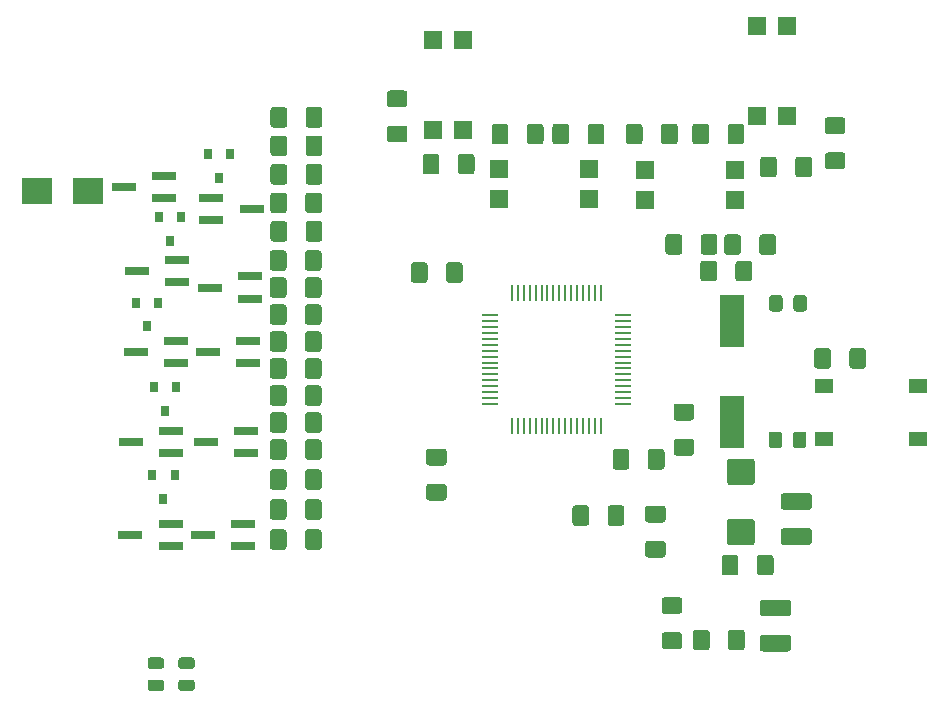
<source format=gtp>
%TF.GenerationSoftware,KiCad,Pcbnew,(5.1.6)-1*%
%TF.CreationDate,2021-05-10T23:00:48+02:00*%
%TF.ProjectId,karta_stm,6b617274-615f-4737-946d-2e6b69636164,rev?*%
%TF.SameCoordinates,Original*%
%TF.FileFunction,Paste,Top*%
%TF.FilePolarity,Positive*%
%FSLAX46Y46*%
G04 Gerber Fmt 4.6, Leading zero omitted, Abs format (unit mm)*
G04 Created by KiCad (PCBNEW (5.1.6)-1) date 2021-05-10 23:00:48*
%MOMM*%
%LPD*%
G01*
G04 APERTURE LIST*
%ADD10R,2.000000X4.500000*%
%ADD11R,0.800000X0.900000*%
%ADD12R,1.600000X1.600000*%
%ADD13R,1.550000X1.300000*%
%ADD14R,2.000000X0.700000*%
%ADD15R,2.500000X2.300000*%
%ADD16R,0.279400X1.473200*%
%ADD17R,1.473200X0.279400*%
G04 APERTURE END LIST*
%TO.C,R51*%
G36*
G01*
X104115550Y-109644600D02*
X105028050Y-109644600D01*
G75*
G02*
X105271800Y-109888350I0J-243750D01*
G01*
X105271800Y-110375850D01*
G75*
G02*
X105028050Y-110619600I-243750J0D01*
G01*
X104115550Y-110619600D01*
G75*
G02*
X103871800Y-110375850I0J243750D01*
G01*
X103871800Y-109888350D01*
G75*
G02*
X104115550Y-109644600I243750J0D01*
G01*
G37*
G36*
G01*
X104115550Y-107769600D02*
X105028050Y-107769600D01*
G75*
G02*
X105271800Y-108013350I0J-243750D01*
G01*
X105271800Y-108500850D01*
G75*
G02*
X105028050Y-108744600I-243750J0D01*
G01*
X104115550Y-108744600D01*
G75*
G02*
X103871800Y-108500850I0J243750D01*
G01*
X103871800Y-108013350D01*
G75*
G02*
X104115550Y-107769600I243750J0D01*
G01*
G37*
%TD*%
%TO.C,R50*%
G36*
G01*
X101524750Y-109642300D02*
X102437250Y-109642300D01*
G75*
G02*
X102681000Y-109886050I0J-243750D01*
G01*
X102681000Y-110373550D01*
G75*
G02*
X102437250Y-110617300I-243750J0D01*
G01*
X101524750Y-110617300D01*
G75*
G02*
X101281000Y-110373550I0J243750D01*
G01*
X101281000Y-109886050D01*
G75*
G02*
X101524750Y-109642300I243750J0D01*
G01*
G37*
G36*
G01*
X101524750Y-107767300D02*
X102437250Y-107767300D01*
G75*
G02*
X102681000Y-108011050I0J-243750D01*
G01*
X102681000Y-108498550D01*
G75*
G02*
X102437250Y-108742300I-243750J0D01*
G01*
X101524750Y-108742300D01*
G75*
G02*
X101281000Y-108498550I0J243750D01*
G01*
X101281000Y-108011050D01*
G75*
G02*
X101524750Y-107767300I243750J0D01*
G01*
G37*
%TD*%
D10*
%TO.C,Y1*%
X150749000Y-79311500D03*
X150749000Y-87811500D03*
%TD*%
%TO.C,C2*%
G36*
G01*
X155052500Y-77337499D02*
X155052500Y-78237501D01*
G75*
G02*
X154802501Y-78487500I-249999J0D01*
G01*
X154152499Y-78487500D01*
G75*
G02*
X153902500Y-78237501I0J249999D01*
G01*
X153902500Y-77337499D01*
G75*
G02*
X154152499Y-77087500I249999J0D01*
G01*
X154802501Y-77087500D01*
G75*
G02*
X155052500Y-77337499I0J-249999D01*
G01*
G37*
G36*
G01*
X157102500Y-77337499D02*
X157102500Y-78237501D01*
G75*
G02*
X156852501Y-78487500I-249999J0D01*
G01*
X156202499Y-78487500D01*
G75*
G02*
X155952500Y-78237501I0J249999D01*
G01*
X155952500Y-77337499D01*
G75*
G02*
X156202499Y-77087500I249999J0D01*
G01*
X156852501Y-77087500D01*
G75*
G02*
X157102500Y-77337499I0J-249999D01*
G01*
G37*
%TD*%
%TO.C,R47*%
G36*
G01*
X113044000Y-75829000D02*
X113044000Y-77079000D01*
G75*
G02*
X112794000Y-77329000I-250000J0D01*
G01*
X111869000Y-77329000D01*
G75*
G02*
X111619000Y-77079000I0J250000D01*
G01*
X111619000Y-75829000D01*
G75*
G02*
X111869000Y-75579000I250000J0D01*
G01*
X112794000Y-75579000D01*
G75*
G02*
X113044000Y-75829000I0J-250000D01*
G01*
G37*
G36*
G01*
X116019000Y-75829000D02*
X116019000Y-77079000D01*
G75*
G02*
X115769000Y-77329000I-250000J0D01*
G01*
X114844000Y-77329000D01*
G75*
G02*
X114594000Y-77079000I0J250000D01*
G01*
X114594000Y-75829000D01*
G75*
G02*
X114844000Y-75579000I250000J0D01*
G01*
X115769000Y-75579000D01*
G75*
G02*
X116019000Y-75829000I0J-250000D01*
G01*
G37*
%TD*%
%TO.C,R44*%
G36*
G01*
X113044000Y-82687000D02*
X113044000Y-83937000D01*
G75*
G02*
X112794000Y-84187000I-250000J0D01*
G01*
X111869000Y-84187000D01*
G75*
G02*
X111619000Y-83937000I0J250000D01*
G01*
X111619000Y-82687000D01*
G75*
G02*
X111869000Y-82437000I250000J0D01*
G01*
X112794000Y-82437000D01*
G75*
G02*
X113044000Y-82687000I0J-250000D01*
G01*
G37*
G36*
G01*
X116019000Y-82687000D02*
X116019000Y-83937000D01*
G75*
G02*
X115769000Y-84187000I-250000J0D01*
G01*
X114844000Y-84187000D01*
G75*
G02*
X114594000Y-83937000I0J250000D01*
G01*
X114594000Y-82687000D01*
G75*
G02*
X114844000Y-82437000I250000J0D01*
G01*
X115769000Y-82437000D01*
G75*
G02*
X116019000Y-82687000I0J-250000D01*
G01*
G37*
%TD*%
%TO.C,R41*%
G36*
G01*
X113053500Y-89545000D02*
X113053500Y-90795000D01*
G75*
G02*
X112803500Y-91045000I-250000J0D01*
G01*
X111878500Y-91045000D01*
G75*
G02*
X111628500Y-90795000I0J250000D01*
G01*
X111628500Y-89545000D01*
G75*
G02*
X111878500Y-89295000I250000J0D01*
G01*
X112803500Y-89295000D01*
G75*
G02*
X113053500Y-89545000I0J-250000D01*
G01*
G37*
G36*
G01*
X116028500Y-89545000D02*
X116028500Y-90795000D01*
G75*
G02*
X115778500Y-91045000I-250000J0D01*
G01*
X114853500Y-91045000D01*
G75*
G02*
X114603500Y-90795000I0J250000D01*
G01*
X114603500Y-89545000D01*
G75*
G02*
X114853500Y-89295000I250000J0D01*
G01*
X115778500Y-89295000D01*
G75*
G02*
X116028500Y-89545000I0J-250000D01*
G01*
G37*
%TD*%
%TO.C,R30*%
G36*
G01*
X150381000Y-64079000D02*
X150381000Y-62829000D01*
G75*
G02*
X150631000Y-62579000I250000J0D01*
G01*
X151556000Y-62579000D01*
G75*
G02*
X151806000Y-62829000I0J-250000D01*
G01*
X151806000Y-64079000D01*
G75*
G02*
X151556000Y-64329000I-250000J0D01*
G01*
X150631000Y-64329000D01*
G75*
G02*
X150381000Y-64079000I0J250000D01*
G01*
G37*
G36*
G01*
X147406000Y-64079000D02*
X147406000Y-62829000D01*
G75*
G02*
X147656000Y-62579000I250000J0D01*
G01*
X148581000Y-62579000D01*
G75*
G02*
X148831000Y-62829000I0J-250000D01*
G01*
X148831000Y-64079000D01*
G75*
G02*
X148581000Y-64329000I-250000J0D01*
G01*
X147656000Y-64329000D01*
G75*
G02*
X147406000Y-64079000I0J250000D01*
G01*
G37*
%TD*%
%TO.C,R27*%
G36*
G01*
X125985500Y-65369000D02*
X125985500Y-66619000D01*
G75*
G02*
X125735500Y-66869000I-250000J0D01*
G01*
X124810500Y-66869000D01*
G75*
G02*
X124560500Y-66619000I0J250000D01*
G01*
X124560500Y-65369000D01*
G75*
G02*
X124810500Y-65119000I250000J0D01*
G01*
X125735500Y-65119000D01*
G75*
G02*
X125985500Y-65369000I0J-250000D01*
G01*
G37*
G36*
G01*
X128960500Y-65369000D02*
X128960500Y-66619000D01*
G75*
G02*
X128710500Y-66869000I-250000J0D01*
G01*
X127785500Y-66869000D01*
G75*
G02*
X127535500Y-66619000I0J250000D01*
G01*
X127535500Y-65369000D01*
G75*
G02*
X127785500Y-65119000I250000J0D01*
G01*
X128710500Y-65119000D01*
G75*
G02*
X128960500Y-65369000I0J-250000D01*
G01*
G37*
%TD*%
%TO.C,R32*%
G36*
G01*
X114603500Y-93335000D02*
X114603500Y-92085000D01*
G75*
G02*
X114853500Y-91835000I250000J0D01*
G01*
X115778500Y-91835000D01*
G75*
G02*
X116028500Y-92085000I0J-250000D01*
G01*
X116028500Y-93335000D01*
G75*
G02*
X115778500Y-93585000I-250000J0D01*
G01*
X114853500Y-93585000D01*
G75*
G02*
X114603500Y-93335000I0J250000D01*
G01*
G37*
G36*
G01*
X111628500Y-93335000D02*
X111628500Y-92085000D01*
G75*
G02*
X111878500Y-91835000I250000J0D01*
G01*
X112803500Y-91835000D01*
G75*
G02*
X113053500Y-92085000I0J-250000D01*
G01*
X113053500Y-93335000D01*
G75*
G02*
X112803500Y-93585000I-250000J0D01*
G01*
X111878500Y-93585000D01*
G75*
G02*
X111628500Y-93335000I0J250000D01*
G01*
G37*
%TD*%
%TO.C,R31*%
G36*
G01*
X158865000Y-65010000D02*
X160115000Y-65010000D01*
G75*
G02*
X160365000Y-65260000I0J-250000D01*
G01*
X160365000Y-66185000D01*
G75*
G02*
X160115000Y-66435000I-250000J0D01*
G01*
X158865000Y-66435000D01*
G75*
G02*
X158615000Y-66185000I0J250000D01*
G01*
X158615000Y-65260000D01*
G75*
G02*
X158865000Y-65010000I250000J0D01*
G01*
G37*
G36*
G01*
X158865000Y-62035000D02*
X160115000Y-62035000D01*
G75*
G02*
X160365000Y-62285000I0J-250000D01*
G01*
X160365000Y-63210000D01*
G75*
G02*
X160115000Y-63460000I-250000J0D01*
G01*
X158865000Y-63460000D01*
G75*
G02*
X158615000Y-63210000I0J250000D01*
G01*
X158615000Y-62285000D01*
G75*
G02*
X158865000Y-62035000I250000J0D01*
G01*
G37*
%TD*%
%TO.C,R38*%
G36*
G01*
X113107500Y-66240500D02*
X113107500Y-67490500D01*
G75*
G02*
X112857500Y-67740500I-250000J0D01*
G01*
X111932500Y-67740500D01*
G75*
G02*
X111682500Y-67490500I0J250000D01*
G01*
X111682500Y-66240500D01*
G75*
G02*
X111932500Y-65990500I250000J0D01*
G01*
X112857500Y-65990500D01*
G75*
G02*
X113107500Y-66240500I0J-250000D01*
G01*
G37*
G36*
G01*
X116082500Y-66240500D02*
X116082500Y-67490500D01*
G75*
G02*
X115832500Y-67740500I-250000J0D01*
G01*
X114907500Y-67740500D01*
G75*
G02*
X114657500Y-67490500I0J250000D01*
G01*
X114657500Y-66240500D01*
G75*
G02*
X114907500Y-65990500I250000J0D01*
G01*
X115832500Y-65990500D01*
G75*
G02*
X116082500Y-66240500I0J-250000D01*
G01*
G37*
%TD*%
%TO.C,R25*%
G36*
G01*
X121781000Y-62741500D02*
X123031000Y-62741500D01*
G75*
G02*
X123281000Y-62991500I0J-250000D01*
G01*
X123281000Y-63916500D01*
G75*
G02*
X123031000Y-64166500I-250000J0D01*
G01*
X121781000Y-64166500D01*
G75*
G02*
X121531000Y-63916500I0J250000D01*
G01*
X121531000Y-62991500D01*
G75*
G02*
X121781000Y-62741500I250000J0D01*
G01*
G37*
G36*
G01*
X121781000Y-59766500D02*
X123031000Y-59766500D01*
G75*
G02*
X123281000Y-60016500I0J-250000D01*
G01*
X123281000Y-60941500D01*
G75*
G02*
X123031000Y-61191500I-250000J0D01*
G01*
X121781000Y-61191500D01*
G75*
G02*
X121531000Y-60941500I0J250000D01*
G01*
X121531000Y-60016500D01*
G75*
G02*
X121781000Y-59766500I250000J0D01*
G01*
G37*
%TD*%
%TO.C,R36*%
G36*
G01*
X113053500Y-97165000D02*
X113053500Y-98415000D01*
G75*
G02*
X112803500Y-98665000I-250000J0D01*
G01*
X111878500Y-98665000D01*
G75*
G02*
X111628500Y-98415000I0J250000D01*
G01*
X111628500Y-97165000D01*
G75*
G02*
X111878500Y-96915000I250000J0D01*
G01*
X112803500Y-96915000D01*
G75*
G02*
X113053500Y-97165000I0J-250000D01*
G01*
G37*
G36*
G01*
X116028500Y-97165000D02*
X116028500Y-98415000D01*
G75*
G02*
X115778500Y-98665000I-250000J0D01*
G01*
X114853500Y-98665000D01*
G75*
G02*
X114603500Y-98415000I0J250000D01*
G01*
X114603500Y-97165000D01*
G75*
G02*
X114853500Y-96915000I250000J0D01*
G01*
X115778500Y-96915000D01*
G75*
G02*
X116028500Y-97165000I0J-250000D01*
G01*
G37*
%TD*%
%TO.C,R28*%
G36*
G01*
X144734500Y-64079000D02*
X144734500Y-62829000D01*
G75*
G02*
X144984500Y-62579000I250000J0D01*
G01*
X145909500Y-62579000D01*
G75*
G02*
X146159500Y-62829000I0J-250000D01*
G01*
X146159500Y-64079000D01*
G75*
G02*
X145909500Y-64329000I-250000J0D01*
G01*
X144984500Y-64329000D01*
G75*
G02*
X144734500Y-64079000I0J250000D01*
G01*
G37*
G36*
G01*
X141759500Y-64079000D02*
X141759500Y-62829000D01*
G75*
G02*
X142009500Y-62579000I250000J0D01*
G01*
X142934500Y-62579000D01*
G75*
G02*
X143184500Y-62829000I0J-250000D01*
G01*
X143184500Y-64079000D01*
G75*
G02*
X142934500Y-64329000I-250000J0D01*
G01*
X142009500Y-64329000D01*
G75*
G02*
X141759500Y-64079000I0J250000D01*
G01*
G37*
%TD*%
%TO.C,R29*%
G36*
G01*
X156110500Y-66873000D02*
X156110500Y-65623000D01*
G75*
G02*
X156360500Y-65373000I250000J0D01*
G01*
X157285500Y-65373000D01*
G75*
G02*
X157535500Y-65623000I0J-250000D01*
G01*
X157535500Y-66873000D01*
G75*
G02*
X157285500Y-67123000I-250000J0D01*
G01*
X156360500Y-67123000D01*
G75*
G02*
X156110500Y-66873000I0J250000D01*
G01*
G37*
G36*
G01*
X153135500Y-66873000D02*
X153135500Y-65623000D01*
G75*
G02*
X153385500Y-65373000I250000J0D01*
G01*
X154310500Y-65373000D01*
G75*
G02*
X154560500Y-65623000I0J-250000D01*
G01*
X154560500Y-66873000D01*
G75*
G02*
X154310500Y-67123000I-250000J0D01*
G01*
X153385500Y-67123000D01*
G75*
G02*
X153135500Y-66873000I0J250000D01*
G01*
G37*
%TD*%
%TO.C,R26*%
G36*
G01*
X138533500Y-64079000D02*
X138533500Y-62829000D01*
G75*
G02*
X138783500Y-62579000I250000J0D01*
G01*
X139708500Y-62579000D01*
G75*
G02*
X139958500Y-62829000I0J-250000D01*
G01*
X139958500Y-64079000D01*
G75*
G02*
X139708500Y-64329000I-250000J0D01*
G01*
X138783500Y-64329000D01*
G75*
G02*
X138533500Y-64079000I0J250000D01*
G01*
G37*
G36*
G01*
X135558500Y-64079000D02*
X135558500Y-62829000D01*
G75*
G02*
X135808500Y-62579000I250000J0D01*
G01*
X136733500Y-62579000D01*
G75*
G02*
X136983500Y-62829000I0J-250000D01*
G01*
X136983500Y-64079000D01*
G75*
G02*
X136733500Y-64329000I-250000J0D01*
G01*
X135808500Y-64329000D01*
G75*
G02*
X135558500Y-64079000I0J250000D01*
G01*
G37*
%TD*%
%TO.C,R24*%
G36*
G01*
X131827500Y-62829000D02*
X131827500Y-64079000D01*
G75*
G02*
X131577500Y-64329000I-250000J0D01*
G01*
X130652500Y-64329000D01*
G75*
G02*
X130402500Y-64079000I0J250000D01*
G01*
X130402500Y-62829000D01*
G75*
G02*
X130652500Y-62579000I250000J0D01*
G01*
X131577500Y-62579000D01*
G75*
G02*
X131827500Y-62829000I0J-250000D01*
G01*
G37*
G36*
G01*
X134802500Y-62829000D02*
X134802500Y-64079000D01*
G75*
G02*
X134552500Y-64329000I-250000J0D01*
G01*
X133627500Y-64329000D01*
G75*
G02*
X133377500Y-64079000I0J250000D01*
G01*
X133377500Y-62829000D01*
G75*
G02*
X133627500Y-62579000I250000J0D01*
G01*
X134552500Y-62579000D01*
G75*
G02*
X134802500Y-62829000I0J-250000D01*
G01*
G37*
%TD*%
%TO.C,R43*%
G36*
G01*
X113044000Y-80401000D02*
X113044000Y-81651000D01*
G75*
G02*
X112794000Y-81901000I-250000J0D01*
G01*
X111869000Y-81901000D01*
G75*
G02*
X111619000Y-81651000I0J250000D01*
G01*
X111619000Y-80401000D01*
G75*
G02*
X111869000Y-80151000I250000J0D01*
G01*
X112794000Y-80151000D01*
G75*
G02*
X113044000Y-80401000I0J-250000D01*
G01*
G37*
G36*
G01*
X116019000Y-80401000D02*
X116019000Y-81651000D01*
G75*
G02*
X115769000Y-81901000I-250000J0D01*
G01*
X114844000Y-81901000D01*
G75*
G02*
X114594000Y-81651000I0J250000D01*
G01*
X114594000Y-80401000D01*
G75*
G02*
X114844000Y-80151000I250000J0D01*
G01*
X115769000Y-80151000D01*
G75*
G02*
X116019000Y-80401000I0J-250000D01*
G01*
G37*
%TD*%
%TO.C,R40*%
G36*
G01*
X113053500Y-87259000D02*
X113053500Y-88509000D01*
G75*
G02*
X112803500Y-88759000I-250000J0D01*
G01*
X111878500Y-88759000D01*
G75*
G02*
X111628500Y-88509000I0J250000D01*
G01*
X111628500Y-87259000D01*
G75*
G02*
X111878500Y-87009000I250000J0D01*
G01*
X112803500Y-87009000D01*
G75*
G02*
X113053500Y-87259000I0J-250000D01*
G01*
G37*
G36*
G01*
X116028500Y-87259000D02*
X116028500Y-88509000D01*
G75*
G02*
X115778500Y-88759000I-250000J0D01*
G01*
X114853500Y-88759000D01*
G75*
G02*
X114603500Y-88509000I0J250000D01*
G01*
X114603500Y-87259000D01*
G75*
G02*
X114853500Y-87009000I250000J0D01*
G01*
X115778500Y-87009000D01*
G75*
G02*
X116028500Y-87259000I0J-250000D01*
G01*
G37*
%TD*%
%TO.C,R33*%
G36*
G01*
X113053500Y-94625000D02*
X113053500Y-95875000D01*
G75*
G02*
X112803500Y-96125000I-250000J0D01*
G01*
X111878500Y-96125000D01*
G75*
G02*
X111628500Y-95875000I0J250000D01*
G01*
X111628500Y-94625000D01*
G75*
G02*
X111878500Y-94375000I250000J0D01*
G01*
X112803500Y-94375000D01*
G75*
G02*
X113053500Y-94625000I0J-250000D01*
G01*
G37*
G36*
G01*
X116028500Y-94625000D02*
X116028500Y-95875000D01*
G75*
G02*
X115778500Y-96125000I-250000J0D01*
G01*
X114853500Y-96125000D01*
G75*
G02*
X114603500Y-95875000I0J250000D01*
G01*
X114603500Y-94625000D01*
G75*
G02*
X114853500Y-94375000I250000J0D01*
G01*
X115778500Y-94375000D01*
G75*
G02*
X116028500Y-94625000I0J-250000D01*
G01*
G37*
%TD*%
%TO.C,R37*%
G36*
G01*
X113080500Y-68653500D02*
X113080500Y-69903500D01*
G75*
G02*
X112830500Y-70153500I-250000J0D01*
G01*
X111905500Y-70153500D01*
G75*
G02*
X111655500Y-69903500I0J250000D01*
G01*
X111655500Y-68653500D01*
G75*
G02*
X111905500Y-68403500I250000J0D01*
G01*
X112830500Y-68403500D01*
G75*
G02*
X113080500Y-68653500I0J-250000D01*
G01*
G37*
G36*
G01*
X116055500Y-68653500D02*
X116055500Y-69903500D01*
G75*
G02*
X115805500Y-70153500I-250000J0D01*
G01*
X114880500Y-70153500D01*
G75*
G02*
X114630500Y-69903500I0J250000D01*
G01*
X114630500Y-68653500D01*
G75*
G02*
X114880500Y-68403500I250000J0D01*
G01*
X115805500Y-68403500D01*
G75*
G02*
X116055500Y-68653500I0J-250000D01*
G01*
G37*
%TD*%
%TO.C,R34*%
G36*
G01*
X114657500Y-65077500D02*
X114657500Y-63827500D01*
G75*
G02*
X114907500Y-63577500I250000J0D01*
G01*
X115832500Y-63577500D01*
G75*
G02*
X116082500Y-63827500I0J-250000D01*
G01*
X116082500Y-65077500D01*
G75*
G02*
X115832500Y-65327500I-250000J0D01*
G01*
X114907500Y-65327500D01*
G75*
G02*
X114657500Y-65077500I0J250000D01*
G01*
G37*
G36*
G01*
X111682500Y-65077500D02*
X111682500Y-63827500D01*
G75*
G02*
X111932500Y-63577500I250000J0D01*
G01*
X112857500Y-63577500D01*
G75*
G02*
X113107500Y-63827500I0J-250000D01*
G01*
X113107500Y-65077500D01*
G75*
G02*
X112857500Y-65327500I-250000J0D01*
G01*
X111932500Y-65327500D01*
G75*
G02*
X111682500Y-65077500I0J250000D01*
G01*
G37*
%TD*%
D11*
%TO.C,Q10*%
X101219000Y-79740000D03*
X100269000Y-77740000D03*
X102169000Y-77740000D03*
%TD*%
%TO.C,R42*%
G36*
G01*
X114594000Y-79365000D02*
X114594000Y-78115000D01*
G75*
G02*
X114844000Y-77865000I250000J0D01*
G01*
X115769000Y-77865000D01*
G75*
G02*
X116019000Y-78115000I0J-250000D01*
G01*
X116019000Y-79365000D01*
G75*
G02*
X115769000Y-79615000I-250000J0D01*
G01*
X114844000Y-79615000D01*
G75*
G02*
X114594000Y-79365000I0J250000D01*
G01*
G37*
G36*
G01*
X111619000Y-79365000D02*
X111619000Y-78115000D01*
G75*
G02*
X111869000Y-77865000I250000J0D01*
G01*
X112794000Y-77865000D01*
G75*
G02*
X113044000Y-78115000I0J-250000D01*
G01*
X113044000Y-79365000D01*
G75*
G02*
X112794000Y-79615000I-250000J0D01*
G01*
X111869000Y-79615000D01*
G75*
G02*
X111619000Y-79365000I0J250000D01*
G01*
G37*
%TD*%
%TO.C,R46*%
G36*
G01*
X113044000Y-73543000D02*
X113044000Y-74793000D01*
G75*
G02*
X112794000Y-75043000I-250000J0D01*
G01*
X111869000Y-75043000D01*
G75*
G02*
X111619000Y-74793000I0J250000D01*
G01*
X111619000Y-73543000D01*
G75*
G02*
X111869000Y-73293000I250000J0D01*
G01*
X112794000Y-73293000D01*
G75*
G02*
X113044000Y-73543000I0J-250000D01*
G01*
G37*
G36*
G01*
X116019000Y-73543000D02*
X116019000Y-74793000D01*
G75*
G02*
X115769000Y-75043000I-250000J0D01*
G01*
X114844000Y-75043000D01*
G75*
G02*
X114594000Y-74793000I0J250000D01*
G01*
X114594000Y-73543000D01*
G75*
G02*
X114844000Y-73293000I250000J0D01*
G01*
X115769000Y-73293000D01*
G75*
G02*
X116019000Y-73543000I0J-250000D01*
G01*
G37*
%TD*%
%TO.C,R39*%
G36*
G01*
X113044000Y-84973000D02*
X113044000Y-86223000D01*
G75*
G02*
X112794000Y-86473000I-250000J0D01*
G01*
X111869000Y-86473000D01*
G75*
G02*
X111619000Y-86223000I0J250000D01*
G01*
X111619000Y-84973000D01*
G75*
G02*
X111869000Y-84723000I250000J0D01*
G01*
X112794000Y-84723000D01*
G75*
G02*
X113044000Y-84973000I0J-250000D01*
G01*
G37*
G36*
G01*
X116019000Y-84973000D02*
X116019000Y-86223000D01*
G75*
G02*
X115769000Y-86473000I-250000J0D01*
G01*
X114844000Y-86473000D01*
G75*
G02*
X114594000Y-86223000I0J250000D01*
G01*
X114594000Y-84973000D01*
G75*
G02*
X114844000Y-84723000I250000J0D01*
G01*
X115769000Y-84723000D01*
G75*
G02*
X116019000Y-84973000I0J-250000D01*
G01*
G37*
%TD*%
%TO.C,Q7*%
X102743000Y-86868000D03*
X101793000Y-84868000D03*
X103693000Y-84868000D03*
%TD*%
%TO.C,Q1*%
X102616000Y-94345000D03*
X101666000Y-92345000D03*
X103566000Y-92345000D03*
%TD*%
%TO.C,Q13*%
X103190000Y-72501000D03*
X102240000Y-70501000D03*
X104140000Y-70501000D03*
%TD*%
%TO.C,Q4*%
X107315000Y-67183000D03*
X106365000Y-65183000D03*
X108265000Y-65183000D03*
%TD*%
%TO.C,R45*%
G36*
G01*
X114657500Y-72316500D02*
X114657500Y-71066500D01*
G75*
G02*
X114907500Y-70816500I250000J0D01*
G01*
X115832500Y-70816500D01*
G75*
G02*
X116082500Y-71066500I0J-250000D01*
G01*
X116082500Y-72316500D01*
G75*
G02*
X115832500Y-72566500I-250000J0D01*
G01*
X114907500Y-72566500D01*
G75*
G02*
X114657500Y-72316500I0J250000D01*
G01*
G37*
G36*
G01*
X111682500Y-72316500D02*
X111682500Y-71066500D01*
G75*
G02*
X111932500Y-70816500I250000J0D01*
G01*
X112857500Y-70816500D01*
G75*
G02*
X113107500Y-71066500I0J-250000D01*
G01*
X113107500Y-72316500D01*
G75*
G02*
X112857500Y-72566500I-250000J0D01*
G01*
X111932500Y-72566500D01*
G75*
G02*
X111682500Y-72316500I0J250000D01*
G01*
G37*
%TD*%
%TO.C,C9*%
G36*
G01*
X150585999Y-96030000D02*
X152436001Y-96030000D01*
G75*
G02*
X152686000Y-96279999I0J-249999D01*
G01*
X152686000Y-98030001D01*
G75*
G02*
X152436001Y-98280000I-249999J0D01*
G01*
X150585999Y-98280000D01*
G75*
G02*
X150336000Y-98030001I0J249999D01*
G01*
X150336000Y-96279999D01*
G75*
G02*
X150585999Y-96030000I249999J0D01*
G01*
G37*
G36*
G01*
X150585999Y-90930000D02*
X152436001Y-90930000D01*
G75*
G02*
X152686000Y-91179999I0J-249999D01*
G01*
X152686000Y-92930001D01*
G75*
G02*
X152436001Y-93180000I-249999J0D01*
G01*
X150585999Y-93180000D01*
G75*
G02*
X150336000Y-92930001I0J249999D01*
G01*
X150336000Y-91179999D01*
G75*
G02*
X150585999Y-90930000I249999J0D01*
G01*
G37*
%TD*%
D12*
%TO.C,U11*%
X138684000Y-66421000D03*
X131064000Y-68961000D03*
X138684000Y-68961000D03*
X131064000Y-66421000D03*
%TD*%
%TO.C,C3*%
G36*
G01*
X160693400Y-83073400D02*
X160693400Y-81823400D01*
G75*
G02*
X160943400Y-81573400I250000J0D01*
G01*
X161868400Y-81573400D01*
G75*
G02*
X162118400Y-81823400I0J-250000D01*
G01*
X162118400Y-83073400D01*
G75*
G02*
X161868400Y-83323400I-250000J0D01*
G01*
X160943400Y-83323400D01*
G75*
G02*
X160693400Y-83073400I0J250000D01*
G01*
G37*
G36*
G01*
X157718400Y-83073400D02*
X157718400Y-81823400D01*
G75*
G02*
X157968400Y-81573400I250000J0D01*
G01*
X158893400Y-81573400D01*
G75*
G02*
X159143400Y-81823400I0J-250000D01*
G01*
X159143400Y-83073400D01*
G75*
G02*
X158893400Y-83323400I-250000J0D01*
G01*
X157968400Y-83323400D01*
G75*
G02*
X157718400Y-83073400I0J250000D01*
G01*
G37*
%TD*%
%TO.C,C5*%
G36*
G01*
X146060000Y-89257500D02*
X147310000Y-89257500D01*
G75*
G02*
X147560000Y-89507500I0J-250000D01*
G01*
X147560000Y-90432500D01*
G75*
G02*
X147310000Y-90682500I-250000J0D01*
G01*
X146060000Y-90682500D01*
G75*
G02*
X145810000Y-90432500I0J250000D01*
G01*
X145810000Y-89507500D01*
G75*
G02*
X146060000Y-89257500I250000J0D01*
G01*
G37*
G36*
G01*
X146060000Y-86282500D02*
X147310000Y-86282500D01*
G75*
G02*
X147560000Y-86532500I0J-250000D01*
G01*
X147560000Y-87457500D01*
G75*
G02*
X147310000Y-87707500I-250000J0D01*
G01*
X146060000Y-87707500D01*
G75*
G02*
X145810000Y-87457500I0J250000D01*
G01*
X145810000Y-86532500D01*
G75*
G02*
X146060000Y-86282500I250000J0D01*
G01*
G37*
%TD*%
%TO.C,R1*%
G36*
G01*
X143647000Y-97893500D02*
X144897000Y-97893500D01*
G75*
G02*
X145147000Y-98143500I0J-250000D01*
G01*
X145147000Y-99068500D01*
G75*
G02*
X144897000Y-99318500I-250000J0D01*
G01*
X143647000Y-99318500D01*
G75*
G02*
X143397000Y-99068500I0J250000D01*
G01*
X143397000Y-98143500D01*
G75*
G02*
X143647000Y-97893500I250000J0D01*
G01*
G37*
G36*
G01*
X143647000Y-94918500D02*
X144897000Y-94918500D01*
G75*
G02*
X145147000Y-95168500I0J-250000D01*
G01*
X145147000Y-96093500D01*
G75*
G02*
X144897000Y-96343500I-250000J0D01*
G01*
X143647000Y-96343500D01*
G75*
G02*
X143397000Y-96093500I0J250000D01*
G01*
X143397000Y-95168500D01*
G75*
G02*
X143647000Y-94918500I250000J0D01*
G01*
G37*
%TD*%
%TO.C,C7*%
G36*
G01*
X148106100Y-73421400D02*
X148106100Y-72171400D01*
G75*
G02*
X148356100Y-71921400I250000J0D01*
G01*
X149281100Y-71921400D01*
G75*
G02*
X149531100Y-72171400I0J-250000D01*
G01*
X149531100Y-73421400D01*
G75*
G02*
X149281100Y-73671400I-250000J0D01*
G01*
X148356100Y-73671400D01*
G75*
G02*
X148106100Y-73421400I0J250000D01*
G01*
G37*
G36*
G01*
X145131100Y-73421400D02*
X145131100Y-72171400D01*
G75*
G02*
X145381100Y-71921400I250000J0D01*
G01*
X146306100Y-71921400D01*
G75*
G02*
X146556100Y-72171400I0J-250000D01*
G01*
X146556100Y-73421400D01*
G75*
G02*
X146306100Y-73671400I-250000J0D01*
G01*
X145381100Y-73671400D01*
G75*
G02*
X145131100Y-73421400I0J250000D01*
G01*
G37*
%TD*%
%TO.C,L1*%
G36*
G01*
X151055700Y-75682000D02*
X151055700Y-74432000D01*
G75*
G02*
X151305700Y-74182000I250000J0D01*
G01*
X152230700Y-74182000D01*
G75*
G02*
X152480700Y-74432000I0J-250000D01*
G01*
X152480700Y-75682000D01*
G75*
G02*
X152230700Y-75932000I-250000J0D01*
G01*
X151305700Y-75932000D01*
G75*
G02*
X151055700Y-75682000I0J250000D01*
G01*
G37*
G36*
G01*
X148080700Y-75682000D02*
X148080700Y-74432000D01*
G75*
G02*
X148330700Y-74182000I250000J0D01*
G01*
X149255700Y-74182000D01*
G75*
G02*
X149505700Y-74432000I0J-250000D01*
G01*
X149505700Y-75682000D01*
G75*
G02*
X149255700Y-75932000I-250000J0D01*
G01*
X148330700Y-75932000D01*
G75*
G02*
X148080700Y-75682000I0J250000D01*
G01*
G37*
%TD*%
%TO.C,C11*%
G36*
G01*
X145044000Y-105640500D02*
X146294000Y-105640500D01*
G75*
G02*
X146544000Y-105890500I0J-250000D01*
G01*
X146544000Y-106815500D01*
G75*
G02*
X146294000Y-107065500I-250000J0D01*
G01*
X145044000Y-107065500D01*
G75*
G02*
X144794000Y-106815500I0J250000D01*
G01*
X144794000Y-105890500D01*
G75*
G02*
X145044000Y-105640500I250000J0D01*
G01*
G37*
G36*
G01*
X145044000Y-102665500D02*
X146294000Y-102665500D01*
G75*
G02*
X146544000Y-102915500I0J-250000D01*
G01*
X146544000Y-103840500D01*
G75*
G02*
X146294000Y-104090500I-250000J0D01*
G01*
X145044000Y-104090500D01*
G75*
G02*
X144794000Y-103840500I0J250000D01*
G01*
X144794000Y-102915500D01*
G75*
G02*
X145044000Y-102665500I250000J0D01*
G01*
G37*
%TD*%
%TO.C,R2*%
G36*
G01*
X138671000Y-95133000D02*
X138671000Y-96383000D01*
G75*
G02*
X138421000Y-96633000I-250000J0D01*
G01*
X137496000Y-96633000D01*
G75*
G02*
X137246000Y-96383000I0J250000D01*
G01*
X137246000Y-95133000D01*
G75*
G02*
X137496000Y-94883000I250000J0D01*
G01*
X138421000Y-94883000D01*
G75*
G02*
X138671000Y-95133000I0J-250000D01*
G01*
G37*
G36*
G01*
X141646000Y-95133000D02*
X141646000Y-96383000D01*
G75*
G02*
X141396000Y-96633000I-250000J0D01*
G01*
X140471000Y-96633000D01*
G75*
G02*
X140221000Y-96383000I0J250000D01*
G01*
X140221000Y-95133000D01*
G75*
G02*
X140471000Y-94883000I250000J0D01*
G01*
X141396000Y-94883000D01*
G75*
G02*
X141646000Y-95133000I0J-250000D01*
G01*
G37*
%TD*%
D13*
%TO.C,SW1*%
X158521500Y-84745000D03*
X158521500Y-89245000D03*
X166471500Y-89245000D03*
X166471500Y-84745000D03*
%TD*%
D14*
%TO.C,Q8*%
X106250000Y-89535000D03*
X109650000Y-88585000D03*
X109650000Y-90485000D03*
%TD*%
%TO.C,Q6*%
X99265000Y-67945000D03*
X102665000Y-66995000D03*
X102665000Y-68895000D03*
%TD*%
%TO.C,Q3*%
X99822000Y-97409000D03*
X103222000Y-96459000D03*
X103222000Y-98359000D03*
%TD*%
%TO.C,Q9*%
X99900000Y-89535000D03*
X103300000Y-88585000D03*
X103300000Y-90485000D03*
%TD*%
%TO.C,Q12*%
X100281000Y-81915000D03*
X103681000Y-80965000D03*
X103681000Y-82865000D03*
%TD*%
%TO.C,Q5*%
X110080000Y-69784000D03*
X106680000Y-70734000D03*
X106680000Y-68834000D03*
%TD*%
%TO.C,Q2*%
X105996000Y-97409000D03*
X109396000Y-96459000D03*
X109396000Y-98359000D03*
%TD*%
%TO.C,Q14*%
X106553000Y-76454000D03*
X109953000Y-75504000D03*
X109953000Y-77404000D03*
%TD*%
%TO.C,Q15*%
X100408000Y-75057000D03*
X103808000Y-74107000D03*
X103808000Y-76007000D03*
%TD*%
%TO.C,Q11*%
X106400000Y-81915000D03*
X109800000Y-80965000D03*
X109800000Y-82865000D03*
%TD*%
%TO.C,C8*%
G36*
G01*
X143623000Y-91620500D02*
X143623000Y-90370500D01*
G75*
G02*
X143873000Y-90120500I250000J0D01*
G01*
X144798000Y-90120500D01*
G75*
G02*
X145048000Y-90370500I0J-250000D01*
G01*
X145048000Y-91620500D01*
G75*
G02*
X144798000Y-91870500I-250000J0D01*
G01*
X143873000Y-91870500D01*
G75*
G02*
X143623000Y-91620500I0J250000D01*
G01*
G37*
G36*
G01*
X140648000Y-91620500D02*
X140648000Y-90370500D01*
G75*
G02*
X140898000Y-90120500I250000J0D01*
G01*
X141823000Y-90120500D01*
G75*
G02*
X142073000Y-90370500I0J-250000D01*
G01*
X142073000Y-91620500D01*
G75*
G02*
X141823000Y-91870500I-250000J0D01*
G01*
X140898000Y-91870500D01*
G75*
G02*
X140648000Y-91620500I0J250000D01*
G01*
G37*
%TD*%
%TO.C,C4*%
G36*
G01*
X151525000Y-72196800D02*
X151525000Y-73446800D01*
G75*
G02*
X151275000Y-73696800I-250000J0D01*
G01*
X150350000Y-73696800D01*
G75*
G02*
X150100000Y-73446800I0J250000D01*
G01*
X150100000Y-72196800D01*
G75*
G02*
X150350000Y-71946800I250000J0D01*
G01*
X151275000Y-71946800D01*
G75*
G02*
X151525000Y-72196800I0J-250000D01*
G01*
G37*
G36*
G01*
X154500000Y-72196800D02*
X154500000Y-73446800D01*
G75*
G02*
X154250000Y-73696800I-250000J0D01*
G01*
X153325000Y-73696800D01*
G75*
G02*
X153075000Y-73446800I0J250000D01*
G01*
X153075000Y-72196800D01*
G75*
G02*
X153325000Y-71946800I250000J0D01*
G01*
X154250000Y-71946800D01*
G75*
G02*
X154500000Y-72196800I0J-250000D01*
G01*
G37*
%TD*%
%TO.C,C1*%
G36*
G01*
X155907000Y-89794501D02*
X155907000Y-88894499D01*
G75*
G02*
X156156999Y-88644500I249999J0D01*
G01*
X156807001Y-88644500D01*
G75*
G02*
X157057000Y-88894499I0J-249999D01*
G01*
X157057000Y-89794501D01*
G75*
G02*
X156807001Y-90044500I-249999J0D01*
G01*
X156156999Y-90044500D01*
G75*
G02*
X155907000Y-89794501I0J249999D01*
G01*
G37*
G36*
G01*
X153857000Y-89794501D02*
X153857000Y-88894499D01*
G75*
G02*
X154106999Y-88644500I249999J0D01*
G01*
X154757001Y-88644500D01*
G75*
G02*
X155007000Y-88894499I0J-249999D01*
G01*
X155007000Y-89794501D01*
G75*
G02*
X154757001Y-90044500I-249999J0D01*
G01*
X154106999Y-90044500D01*
G75*
G02*
X153857000Y-89794501I0J249999D01*
G01*
G37*
%TD*%
%TO.C,C6*%
G36*
G01*
X125105000Y-93067500D02*
X126355000Y-93067500D01*
G75*
G02*
X126605000Y-93317500I0J-250000D01*
G01*
X126605000Y-94242500D01*
G75*
G02*
X126355000Y-94492500I-250000J0D01*
G01*
X125105000Y-94492500D01*
G75*
G02*
X124855000Y-94242500I0J250000D01*
G01*
X124855000Y-93317500D01*
G75*
G02*
X125105000Y-93067500I250000J0D01*
G01*
G37*
G36*
G01*
X125105000Y-90092500D02*
X126355000Y-90092500D01*
G75*
G02*
X126605000Y-90342500I0J-250000D01*
G01*
X126605000Y-91267500D01*
G75*
G02*
X126355000Y-91517500I-250000J0D01*
G01*
X125105000Y-91517500D01*
G75*
G02*
X124855000Y-91267500I0J250000D01*
G01*
X124855000Y-90342500D01*
G75*
G02*
X125105000Y-90092500I250000J0D01*
G01*
G37*
%TD*%
%TO.C,C10*%
G36*
G01*
X124991500Y-74559000D02*
X124991500Y-75809000D01*
G75*
G02*
X124741500Y-76059000I-250000J0D01*
G01*
X123816500Y-76059000D01*
G75*
G02*
X123566500Y-75809000I0J250000D01*
G01*
X123566500Y-74559000D01*
G75*
G02*
X123816500Y-74309000I250000J0D01*
G01*
X124741500Y-74309000D01*
G75*
G02*
X124991500Y-74559000I0J-250000D01*
G01*
G37*
G36*
G01*
X127966500Y-74559000D02*
X127966500Y-75809000D01*
G75*
G02*
X127716500Y-76059000I-250000J0D01*
G01*
X126791500Y-76059000D01*
G75*
G02*
X126541500Y-75809000I0J250000D01*
G01*
X126541500Y-74559000D01*
G75*
G02*
X126791500Y-74309000I250000J0D01*
G01*
X127716500Y-74309000D01*
G75*
G02*
X127966500Y-74559000I0J-250000D01*
G01*
G37*
%TD*%
D12*
%TO.C,U13*%
X152908000Y-54292500D03*
X155448000Y-61912500D03*
X155448000Y-54292500D03*
X152908000Y-61912500D03*
%TD*%
D15*
%TO.C,D10*%
X91950000Y-68295000D03*
X96250000Y-68295000D03*
%TD*%
%TO.C,R35*%
G36*
G01*
X113107500Y-61414500D02*
X113107500Y-62664500D01*
G75*
G02*
X112857500Y-62914500I-250000J0D01*
G01*
X111932500Y-62914500D01*
G75*
G02*
X111682500Y-62664500I0J250000D01*
G01*
X111682500Y-61414500D01*
G75*
G02*
X111932500Y-61164500I250000J0D01*
G01*
X112857500Y-61164500D01*
G75*
G02*
X113107500Y-61414500I0J-250000D01*
G01*
G37*
G36*
G01*
X116082500Y-61414500D02*
X116082500Y-62664500D01*
G75*
G02*
X115832500Y-62914500I-250000J0D01*
G01*
X114907500Y-62914500D01*
G75*
G02*
X114657500Y-62664500I0J250000D01*
G01*
X114657500Y-61414500D01*
G75*
G02*
X114907500Y-61164500I250000J0D01*
G01*
X115832500Y-61164500D01*
G75*
G02*
X116082500Y-61414500I0J-250000D01*
G01*
G37*
%TD*%
D12*
%TO.C,U12*%
X150981000Y-66502000D03*
X143361000Y-69042000D03*
X150981000Y-69042000D03*
X143361000Y-66502000D03*
%TD*%
%TO.C,U10*%
X125454000Y-55499000D03*
X127994000Y-63119000D03*
X127994000Y-55499000D03*
X125454000Y-63119000D03*
%TD*%
%TO.C,D11*%
G36*
G01*
X157285000Y-95273500D02*
X155135000Y-95273500D01*
G75*
G02*
X154885000Y-95023500I0J250000D01*
G01*
X154885000Y-94098500D01*
G75*
G02*
X155135000Y-93848500I250000J0D01*
G01*
X157285000Y-93848500D01*
G75*
G02*
X157535000Y-94098500I0J-250000D01*
G01*
X157535000Y-95023500D01*
G75*
G02*
X157285000Y-95273500I-250000J0D01*
G01*
G37*
G36*
G01*
X157285000Y-98248500D02*
X155135000Y-98248500D01*
G75*
G02*
X154885000Y-97998500I0J250000D01*
G01*
X154885000Y-97073500D01*
G75*
G02*
X155135000Y-96823500I250000J0D01*
G01*
X157285000Y-96823500D01*
G75*
G02*
X157535000Y-97073500I0J-250000D01*
G01*
X157535000Y-97998500D01*
G75*
G02*
X157285000Y-98248500I-250000J0D01*
G01*
G37*
%TD*%
%TO.C,D12*%
G36*
G01*
X155507000Y-104290500D02*
X153357000Y-104290500D01*
G75*
G02*
X153107000Y-104040500I0J250000D01*
G01*
X153107000Y-103115500D01*
G75*
G02*
X153357000Y-102865500I250000J0D01*
G01*
X155507000Y-102865500D01*
G75*
G02*
X155757000Y-103115500I0J-250000D01*
G01*
X155757000Y-104040500D01*
G75*
G02*
X155507000Y-104290500I-250000J0D01*
G01*
G37*
G36*
G01*
X155507000Y-107265500D02*
X153357000Y-107265500D01*
G75*
G02*
X153107000Y-107015500I0J250000D01*
G01*
X153107000Y-106090500D01*
G75*
G02*
X153357000Y-105840500I250000J0D01*
G01*
X155507000Y-105840500D01*
G75*
G02*
X155757000Y-106090500I0J-250000D01*
G01*
X155757000Y-107015500D01*
G75*
G02*
X155507000Y-107265500I-250000J0D01*
G01*
G37*
%TD*%
D16*
%TO.C,U1*%
X139640000Y-88176100D03*
X139140001Y-88176100D03*
X138640000Y-88176100D03*
X138140001Y-88176100D03*
X137639999Y-88176100D03*
X137140000Y-88176100D03*
X136640001Y-88176100D03*
X136140000Y-88176100D03*
X135640000Y-88176100D03*
X135139999Y-88176100D03*
X134640000Y-88176100D03*
X134140001Y-88176100D03*
X133639999Y-88176100D03*
X133140000Y-88176100D03*
X132639999Y-88176100D03*
X132140000Y-88176100D03*
D17*
X130263900Y-86300000D03*
X130263900Y-85800001D03*
X130263900Y-85300000D03*
X130263900Y-84800001D03*
X130263900Y-84299999D03*
X130263900Y-83800000D03*
X130263900Y-83300001D03*
X130263900Y-82800000D03*
X130263900Y-82300000D03*
X130263900Y-81799999D03*
X130263900Y-81300000D03*
X130263900Y-80800001D03*
X130263900Y-80299999D03*
X130263900Y-79800000D03*
X130263900Y-79299999D03*
X130263900Y-78800000D03*
D16*
X132140000Y-76923900D03*
X132639999Y-76923900D03*
X133140000Y-76923900D03*
X133639999Y-76923900D03*
X134140001Y-76923900D03*
X134640000Y-76923900D03*
X135139999Y-76923900D03*
X135640000Y-76923900D03*
X136140000Y-76923900D03*
X136640001Y-76923900D03*
X137140000Y-76923900D03*
X137639999Y-76923900D03*
X138140001Y-76923900D03*
X138640000Y-76923900D03*
X139140001Y-76923900D03*
X139640000Y-76923900D03*
D17*
X141516100Y-78800000D03*
X141516100Y-79299999D03*
X141516100Y-79800000D03*
X141516100Y-80299999D03*
X141516100Y-80800001D03*
X141516100Y-81300000D03*
X141516100Y-81799999D03*
X141516100Y-82300000D03*
X141516100Y-82800000D03*
X141516100Y-83300001D03*
X141516100Y-83800000D03*
X141516100Y-84299999D03*
X141516100Y-84800001D03*
X141516100Y-85300000D03*
X141516100Y-85800001D03*
X141516100Y-86300000D03*
%TD*%
%TO.C,R48*%
G36*
G01*
X151307500Y-99324000D02*
X151307500Y-100574000D01*
G75*
G02*
X151057500Y-100824000I-250000J0D01*
G01*
X150132500Y-100824000D01*
G75*
G02*
X149882500Y-100574000I0J250000D01*
G01*
X149882500Y-99324000D01*
G75*
G02*
X150132500Y-99074000I250000J0D01*
G01*
X151057500Y-99074000D01*
G75*
G02*
X151307500Y-99324000I0J-250000D01*
G01*
G37*
G36*
G01*
X154282500Y-99324000D02*
X154282500Y-100574000D01*
G75*
G02*
X154032500Y-100824000I-250000J0D01*
G01*
X153107500Y-100824000D01*
G75*
G02*
X152857500Y-100574000I0J250000D01*
G01*
X152857500Y-99324000D01*
G75*
G02*
X153107500Y-99074000I250000J0D01*
G01*
X154032500Y-99074000D01*
G75*
G02*
X154282500Y-99324000I0J-250000D01*
G01*
G37*
%TD*%
%TO.C,R49*%
G36*
G01*
X148867500Y-105674000D02*
X148867500Y-106924000D01*
G75*
G02*
X148617500Y-107174000I-250000J0D01*
G01*
X147692500Y-107174000D01*
G75*
G02*
X147442500Y-106924000I0J250000D01*
G01*
X147442500Y-105674000D01*
G75*
G02*
X147692500Y-105424000I250000J0D01*
G01*
X148617500Y-105424000D01*
G75*
G02*
X148867500Y-105674000I0J-250000D01*
G01*
G37*
G36*
G01*
X151842500Y-105674000D02*
X151842500Y-106924000D01*
G75*
G02*
X151592500Y-107174000I-250000J0D01*
G01*
X150667500Y-107174000D01*
G75*
G02*
X150417500Y-106924000I0J250000D01*
G01*
X150417500Y-105674000D01*
G75*
G02*
X150667500Y-105424000I250000J0D01*
G01*
X151592500Y-105424000D01*
G75*
G02*
X151842500Y-105674000I0J-250000D01*
G01*
G37*
%TD*%
M02*

</source>
